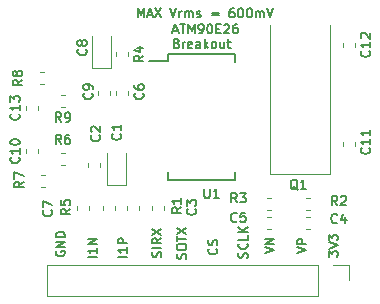
<source format=gto>
G04 #@! TF.GenerationSoftware,KiCad,Pcbnew,(5.99.0-6951-g72beaf1538)*
G04 #@! TF.CreationDate,2020-12-13T17:26:36+11:00*
G04 #@! TF.ProjectId,ATM90E26_Breakout,41544d39-3045-4323-965f-427265616b6f,rev?*
G04 #@! TF.SameCoordinates,Original*
G04 #@! TF.FileFunction,Legend,Top*
G04 #@! TF.FilePolarity,Positive*
%FSLAX46Y46*%
G04 Gerber Fmt 4.6, Leading zero omitted, Abs format (unit mm)*
G04 Created by KiCad (PCBNEW (5.99.0-6951-g72beaf1538)) date 2020-12-13 17:26:36*
%MOMM*%
%LPD*%
G01*
G04 APERTURE LIST*
%ADD10C,0.162560*%
%ADD11C,0.200000*%
%ADD12C,0.120000*%
%ADD13C,0.150000*%
G04 APERTURE END LIST*
D10*
X143367611Y-94293830D02*
X143367611Y-93521670D01*
X143624998Y-94073213D01*
X143882384Y-93521670D01*
X143882384Y-94293830D01*
X144213310Y-94073213D02*
X144581005Y-94073213D01*
X144139771Y-94293830D02*
X144397158Y-93521670D01*
X144654544Y-94293830D01*
X144838392Y-93521670D02*
X145353165Y-94293830D01*
X145353165Y-93521670D02*
X144838392Y-94293830D01*
X146125325Y-93521670D02*
X146382712Y-94293830D01*
X146640099Y-93521670D01*
X146897485Y-94293830D02*
X146897485Y-93779057D01*
X146897485Y-93926135D02*
X146934255Y-93852596D01*
X146971024Y-93815826D01*
X147044564Y-93779057D01*
X147118103Y-93779057D01*
X147375489Y-94293830D02*
X147375489Y-93779057D01*
X147375489Y-93852596D02*
X147412259Y-93815826D01*
X147485798Y-93779057D01*
X147596106Y-93779057D01*
X147669645Y-93815826D01*
X147706415Y-93889365D01*
X147706415Y-94293830D01*
X147706415Y-93889365D02*
X147743184Y-93815826D01*
X147816724Y-93779057D01*
X147927032Y-93779057D01*
X148000571Y-93815826D01*
X148037341Y-93889365D01*
X148037341Y-94293830D01*
X148368266Y-94257060D02*
X148441805Y-94293830D01*
X148588884Y-94293830D01*
X148662423Y-94257060D01*
X148699192Y-94183521D01*
X148699192Y-94146752D01*
X148662423Y-94073213D01*
X148588884Y-94036443D01*
X148478575Y-94036443D01*
X148405036Y-93999674D01*
X148368266Y-93926135D01*
X148368266Y-93889365D01*
X148405036Y-93815826D01*
X148478575Y-93779057D01*
X148588884Y-93779057D01*
X148662423Y-93815826D01*
X149618430Y-93889365D02*
X150206743Y-93889365D01*
X150206743Y-94109982D02*
X149618430Y-94109982D01*
X151493676Y-93521670D02*
X151346598Y-93521670D01*
X151273059Y-93558440D01*
X151236289Y-93595209D01*
X151162750Y-93705518D01*
X151125981Y-93852596D01*
X151125981Y-94146752D01*
X151162750Y-94220291D01*
X151199520Y-94257060D01*
X151273059Y-94293830D01*
X151420137Y-94293830D01*
X151493676Y-94257060D01*
X151530445Y-94220291D01*
X151567215Y-94146752D01*
X151567215Y-93962904D01*
X151530445Y-93889365D01*
X151493676Y-93852596D01*
X151420137Y-93815826D01*
X151273059Y-93815826D01*
X151199520Y-93852596D01*
X151162750Y-93889365D01*
X151125981Y-93962904D01*
X152045219Y-93521670D02*
X152118758Y-93521670D01*
X152192297Y-93558440D01*
X152229066Y-93595209D01*
X152265836Y-93668748D01*
X152302605Y-93815826D01*
X152302605Y-93999674D01*
X152265836Y-94146752D01*
X152229066Y-94220291D01*
X152192297Y-94257060D01*
X152118758Y-94293830D01*
X152045219Y-94293830D01*
X151971680Y-94257060D01*
X151934910Y-94220291D01*
X151898141Y-94146752D01*
X151861371Y-93999674D01*
X151861371Y-93815826D01*
X151898141Y-93668748D01*
X151934910Y-93595209D01*
X151971680Y-93558440D01*
X152045219Y-93521670D01*
X152780609Y-93521670D02*
X152854148Y-93521670D01*
X152927687Y-93558440D01*
X152964457Y-93595209D01*
X153001226Y-93668748D01*
X153037996Y-93815826D01*
X153037996Y-93999674D01*
X153001226Y-94146752D01*
X152964457Y-94220291D01*
X152927687Y-94257060D01*
X152854148Y-94293830D01*
X152780609Y-94293830D01*
X152707070Y-94257060D01*
X152670301Y-94220291D01*
X152633531Y-94146752D01*
X152596762Y-93999674D01*
X152596762Y-93815826D01*
X152633531Y-93668748D01*
X152670301Y-93595209D01*
X152707070Y-93558440D01*
X152780609Y-93521670D01*
X153368922Y-94293830D02*
X153368922Y-93779057D01*
X153368922Y-93852596D02*
X153405691Y-93815826D01*
X153479230Y-93779057D01*
X153589539Y-93779057D01*
X153663078Y-93815826D01*
X153699847Y-93889365D01*
X153699847Y-94293830D01*
X153699847Y-93889365D02*
X153736617Y-93815826D01*
X153810156Y-93779057D01*
X153920464Y-93779057D01*
X153994004Y-93815826D01*
X154030773Y-93889365D01*
X154030773Y-94293830D01*
X154288160Y-93521670D02*
X154545546Y-94293830D01*
X154802933Y-93521670D01*
X154130970Y-114242796D02*
X154903130Y-113985410D01*
X154130970Y-113728023D01*
X154903130Y-113470636D02*
X154130970Y-113470636D01*
X154903130Y-113029402D01*
X154130970Y-113029402D01*
X152631160Y-114651857D02*
X152667930Y-114541549D01*
X152667930Y-114357701D01*
X152631160Y-114284162D01*
X152594391Y-114247393D01*
X152520852Y-114210623D01*
X152447313Y-114210623D01*
X152373774Y-114247393D01*
X152337004Y-114284162D01*
X152300235Y-114357701D01*
X152263465Y-114504779D01*
X152226696Y-114578318D01*
X152189926Y-114615088D01*
X152116387Y-114651857D01*
X152042848Y-114651857D01*
X151969309Y-114615088D01*
X151932540Y-114578318D01*
X151895770Y-114504779D01*
X151895770Y-114320932D01*
X151932540Y-114210623D01*
X152594391Y-113438463D02*
X152631160Y-113475233D01*
X152667930Y-113585541D01*
X152667930Y-113659080D01*
X152631160Y-113769389D01*
X152557621Y-113842928D01*
X152484082Y-113879697D01*
X152337004Y-113916467D01*
X152226696Y-113916467D01*
X152079618Y-113879697D01*
X152006079Y-113842928D01*
X151932540Y-113769389D01*
X151895770Y-113659080D01*
X151895770Y-113585541D01*
X151932540Y-113475233D01*
X151969309Y-113438463D01*
X152667930Y-112739842D02*
X152667930Y-113107537D01*
X151895770Y-113107537D01*
X152667930Y-112482456D02*
X151895770Y-112482456D01*
X152667930Y-112041221D02*
X152226696Y-112372147D01*
X151895770Y-112041221D02*
X152337004Y-112482456D01*
X146378842Y-95420835D02*
X146746537Y-95420835D01*
X146305303Y-95641452D02*
X146562689Y-94869292D01*
X146820076Y-95641452D01*
X146967154Y-94869292D02*
X147408388Y-94869292D01*
X147187771Y-95641452D02*
X147187771Y-94869292D01*
X147665775Y-95641452D02*
X147665775Y-94869292D01*
X147923162Y-95420835D01*
X148180548Y-94869292D01*
X148180548Y-95641452D01*
X148585013Y-95641452D02*
X148732091Y-95641452D01*
X148805630Y-95604682D01*
X148842400Y-95567913D01*
X148915939Y-95457604D01*
X148952708Y-95310526D01*
X148952708Y-95016370D01*
X148915939Y-94942831D01*
X148879169Y-94906062D01*
X148805630Y-94869292D01*
X148658552Y-94869292D01*
X148585013Y-94906062D01*
X148548244Y-94942831D01*
X148511474Y-95016370D01*
X148511474Y-95200218D01*
X148548244Y-95273757D01*
X148585013Y-95310526D01*
X148658552Y-95347296D01*
X148805630Y-95347296D01*
X148879169Y-95310526D01*
X148915939Y-95273757D01*
X148952708Y-95200218D01*
X149430712Y-94869292D02*
X149504251Y-94869292D01*
X149577790Y-94906062D01*
X149614560Y-94942831D01*
X149651329Y-95016370D01*
X149688099Y-95163448D01*
X149688099Y-95347296D01*
X149651329Y-95494374D01*
X149614560Y-95567913D01*
X149577790Y-95604682D01*
X149504251Y-95641452D01*
X149430712Y-95641452D01*
X149357173Y-95604682D01*
X149320404Y-95567913D01*
X149283634Y-95494374D01*
X149246864Y-95347296D01*
X149246864Y-95163448D01*
X149283634Y-95016370D01*
X149320404Y-94942831D01*
X149357173Y-94906062D01*
X149430712Y-94869292D01*
X150019024Y-95236987D02*
X150276411Y-95236987D01*
X150386720Y-95641452D02*
X150019024Y-95641452D01*
X150019024Y-94869292D01*
X150386720Y-94869292D01*
X150680876Y-94942831D02*
X150717645Y-94906062D01*
X150791184Y-94869292D01*
X150975032Y-94869292D01*
X151048571Y-94906062D01*
X151085341Y-94942831D01*
X151122110Y-95016370D01*
X151122110Y-95089909D01*
X151085341Y-95200218D01*
X150644106Y-95641452D01*
X151122110Y-95641452D01*
X151783962Y-94869292D02*
X151636884Y-94869292D01*
X151563344Y-94906062D01*
X151526575Y-94942831D01*
X151453036Y-95053140D01*
X151416266Y-95200218D01*
X151416266Y-95494374D01*
X151453036Y-95567913D01*
X151489805Y-95604682D01*
X151563344Y-95641452D01*
X151710423Y-95641452D01*
X151783962Y-95604682D01*
X151820731Y-95567913D01*
X151857501Y-95494374D01*
X151857501Y-95310526D01*
X151820731Y-95236987D01*
X151783962Y-95200218D01*
X151710423Y-95163448D01*
X151563344Y-95163448D01*
X151489805Y-95200218D01*
X151453036Y-95236987D01*
X151416266Y-95310526D01*
X146672998Y-96480165D02*
X146783306Y-96516935D01*
X146820076Y-96553704D01*
X146856845Y-96627243D01*
X146856845Y-96737552D01*
X146820076Y-96811091D01*
X146783306Y-96847860D01*
X146709767Y-96884630D01*
X146415611Y-96884630D01*
X146415611Y-96112470D01*
X146672998Y-96112470D01*
X146746537Y-96149240D01*
X146783306Y-96186009D01*
X146820076Y-96259548D01*
X146820076Y-96333087D01*
X146783306Y-96406626D01*
X146746537Y-96443396D01*
X146672998Y-96480165D01*
X146415611Y-96480165D01*
X147187771Y-96884630D02*
X147187771Y-96369857D01*
X147187771Y-96516935D02*
X147224541Y-96443396D01*
X147261310Y-96406626D01*
X147334849Y-96369857D01*
X147408388Y-96369857D01*
X147959931Y-96847860D02*
X147886392Y-96884630D01*
X147739314Y-96884630D01*
X147665775Y-96847860D01*
X147629005Y-96774321D01*
X147629005Y-96480165D01*
X147665775Y-96406626D01*
X147739314Y-96369857D01*
X147886392Y-96369857D01*
X147959931Y-96406626D01*
X147996701Y-96480165D01*
X147996701Y-96553704D01*
X147629005Y-96627243D01*
X148658552Y-96884630D02*
X148658552Y-96480165D01*
X148621783Y-96406626D01*
X148548244Y-96369857D01*
X148401165Y-96369857D01*
X148327626Y-96406626D01*
X148658552Y-96847860D02*
X148585013Y-96884630D01*
X148401165Y-96884630D01*
X148327626Y-96847860D01*
X148290857Y-96774321D01*
X148290857Y-96700782D01*
X148327626Y-96627243D01*
X148401165Y-96590474D01*
X148585013Y-96590474D01*
X148658552Y-96553704D01*
X149026247Y-96884630D02*
X149026247Y-96112470D01*
X149099786Y-96590474D02*
X149320404Y-96884630D01*
X149320404Y-96369857D02*
X149026247Y-96664013D01*
X149761638Y-96884630D02*
X149688099Y-96847860D01*
X149651329Y-96811091D01*
X149614560Y-96737552D01*
X149614560Y-96516935D01*
X149651329Y-96443396D01*
X149688099Y-96406626D01*
X149761638Y-96369857D01*
X149871946Y-96369857D01*
X149945485Y-96406626D01*
X149982255Y-96443396D01*
X150019024Y-96516935D01*
X150019024Y-96737552D01*
X149982255Y-96811091D01*
X149945485Y-96847860D01*
X149871946Y-96884630D01*
X149761638Y-96884630D01*
X150680876Y-96369857D02*
X150680876Y-96884630D01*
X150349950Y-96369857D02*
X150349950Y-96774321D01*
X150386720Y-96847860D01*
X150460259Y-96884630D01*
X150570567Y-96884630D01*
X150644106Y-96847860D01*
X150680876Y-96811091D01*
X150938263Y-96369857D02*
X151232419Y-96369857D01*
X151048571Y-96112470D02*
X151048571Y-96774321D01*
X151085341Y-96847860D01*
X151158880Y-96884630D01*
X151232419Y-96884630D01*
X150028991Y-113869054D02*
X150065760Y-113905823D01*
X150102530Y-114016132D01*
X150102530Y-114089671D01*
X150065760Y-114199979D01*
X149992221Y-114273518D01*
X149918682Y-114310288D01*
X149771604Y-114347057D01*
X149661296Y-114347057D01*
X149514218Y-114310288D01*
X149440679Y-114273518D01*
X149367140Y-114199979D01*
X149330370Y-114089671D01*
X149330370Y-114016132D01*
X149367140Y-113905823D01*
X149403909Y-113869054D01*
X150065760Y-113574897D02*
X150102530Y-113464589D01*
X150102530Y-113280741D01*
X150065760Y-113207202D01*
X150028991Y-113170433D01*
X149955452Y-113133663D01*
X149881913Y-113133663D01*
X149808374Y-113170433D01*
X149771604Y-113207202D01*
X149734835Y-113280741D01*
X149698065Y-113427819D01*
X149661296Y-113501358D01*
X149624526Y-113538128D01*
X149550987Y-113574897D01*
X149477448Y-113574897D01*
X149403909Y-113538128D01*
X149367140Y-113501358D01*
X149330370Y-113427819D01*
X149330370Y-113243972D01*
X149367140Y-113133663D01*
X147424160Y-114728057D02*
X147460930Y-114617749D01*
X147460930Y-114433901D01*
X147424160Y-114360362D01*
X147387391Y-114323593D01*
X147313852Y-114286823D01*
X147240313Y-114286823D01*
X147166774Y-114323593D01*
X147130004Y-114360362D01*
X147093235Y-114433901D01*
X147056465Y-114580979D01*
X147019696Y-114654518D01*
X146982926Y-114691288D01*
X146909387Y-114728057D01*
X146835848Y-114728057D01*
X146762309Y-114691288D01*
X146725540Y-114654518D01*
X146688770Y-114580979D01*
X146688770Y-114397132D01*
X146725540Y-114286823D01*
X146688770Y-113808819D02*
X146688770Y-113661741D01*
X146725540Y-113588202D01*
X146799079Y-113514663D01*
X146946157Y-113477894D01*
X147203543Y-113477894D01*
X147350621Y-113514663D01*
X147424160Y-113588202D01*
X147460930Y-113661741D01*
X147460930Y-113808819D01*
X147424160Y-113882358D01*
X147350621Y-113955897D01*
X147203543Y-113992667D01*
X146946157Y-113992667D01*
X146799079Y-113955897D01*
X146725540Y-113882358D01*
X146688770Y-113808819D01*
X146688770Y-113257276D02*
X146688770Y-112816042D01*
X147460930Y-113036659D02*
X146688770Y-113036659D01*
X146688770Y-112632195D02*
X147460930Y-112117421D01*
X146688770Y-112117421D02*
X147460930Y-112632195D01*
X136463940Y-114083623D02*
X136427170Y-114157162D01*
X136427170Y-114267471D01*
X136463940Y-114377779D01*
X136537479Y-114451318D01*
X136611018Y-114488088D01*
X136758096Y-114524857D01*
X136868404Y-114524857D01*
X137015482Y-114488088D01*
X137089021Y-114451318D01*
X137162560Y-114377779D01*
X137199330Y-114267471D01*
X137199330Y-114193932D01*
X137162560Y-114083623D01*
X137125791Y-114046854D01*
X136868404Y-114046854D01*
X136868404Y-114193932D01*
X137199330Y-113715928D02*
X136427170Y-113715928D01*
X137199330Y-113274694D01*
X136427170Y-113274694D01*
X137199330Y-112906998D02*
X136427170Y-112906998D01*
X136427170Y-112723151D01*
X136463940Y-112612842D01*
X136537479Y-112539303D01*
X136611018Y-112502534D01*
X136758096Y-112465764D01*
X136868404Y-112465764D01*
X137015482Y-112502534D01*
X137089021Y-112539303D01*
X137162560Y-112612842D01*
X137199330Y-112723151D01*
X137199330Y-112906998D01*
X142482530Y-114538888D02*
X141710370Y-114538888D01*
X142482530Y-113766728D02*
X142482530Y-114207962D01*
X142482530Y-113987345D02*
X141710370Y-113987345D01*
X141820679Y-114060884D01*
X141894218Y-114134423D01*
X141930987Y-114207962D01*
X142482530Y-113435802D02*
X141710370Y-113435802D01*
X141710370Y-113141646D01*
X141747140Y-113068107D01*
X141783909Y-113031337D01*
X141857448Y-112994568D01*
X141967757Y-112994568D01*
X142041296Y-113031337D01*
X142078065Y-113068107D01*
X142114835Y-113141646D01*
X142114835Y-113435802D01*
X159541170Y-114561627D02*
X159541170Y-114083623D01*
X159835326Y-114341010D01*
X159835326Y-114230701D01*
X159872096Y-114157162D01*
X159908865Y-114120393D01*
X159982404Y-114083623D01*
X160166252Y-114083623D01*
X160239791Y-114120393D01*
X160276560Y-114157162D01*
X160313330Y-114230701D01*
X160313330Y-114451318D01*
X160276560Y-114524857D01*
X160239791Y-114561627D01*
X159541170Y-113863006D02*
X160313330Y-113605619D01*
X159541170Y-113348233D01*
X159541170Y-113164385D02*
X159541170Y-112686381D01*
X159835326Y-112943768D01*
X159835326Y-112833459D01*
X159872096Y-112759920D01*
X159908865Y-112723151D01*
X159982404Y-112686381D01*
X160166252Y-112686381D01*
X160239791Y-112723151D01*
X160276560Y-112759920D01*
X160313330Y-112833459D01*
X160313330Y-113054076D01*
X160276560Y-113127616D01*
X160239791Y-113164385D01*
X145341360Y-114575657D02*
X145378130Y-114465349D01*
X145378130Y-114281501D01*
X145341360Y-114207962D01*
X145304591Y-114171193D01*
X145231052Y-114134423D01*
X145157513Y-114134423D01*
X145083974Y-114171193D01*
X145047204Y-114207962D01*
X145010435Y-114281501D01*
X144973665Y-114428579D01*
X144936896Y-114502118D01*
X144900126Y-114538888D01*
X144826587Y-114575657D01*
X144753048Y-114575657D01*
X144679509Y-114538888D01*
X144642740Y-114502118D01*
X144605970Y-114428579D01*
X144605970Y-114244732D01*
X144642740Y-114134423D01*
X145378130Y-113803497D02*
X144605970Y-113803497D01*
X145378130Y-112994568D02*
X145010435Y-113251955D01*
X145378130Y-113435802D02*
X144605970Y-113435802D01*
X144605970Y-113141646D01*
X144642740Y-113068107D01*
X144679509Y-113031337D01*
X144753048Y-112994568D01*
X144863357Y-112994568D01*
X144936896Y-113031337D01*
X144973665Y-113068107D01*
X145010435Y-113141646D01*
X145010435Y-113435802D01*
X144605970Y-112737181D02*
X145378130Y-112222408D01*
X144605970Y-112222408D02*
X145378130Y-112737181D01*
X156874170Y-114242796D02*
X157646330Y-113985410D01*
X156874170Y-113728023D01*
X157646330Y-113470636D02*
X156874170Y-113470636D01*
X156874170Y-113176480D01*
X156910940Y-113102941D01*
X156947709Y-113066172D01*
X157021248Y-113029402D01*
X157131557Y-113029402D01*
X157205096Y-113066172D01*
X157241865Y-113102941D01*
X157278635Y-113176480D01*
X157278635Y-113470636D01*
X139891730Y-114589688D02*
X139119570Y-114589688D01*
X139891730Y-113817528D02*
X139891730Y-114258762D01*
X139891730Y-114038145D02*
X139119570Y-114038145D01*
X139229879Y-114111684D01*
X139303418Y-114185223D01*
X139340187Y-114258762D01*
X139891730Y-113486602D02*
X139119570Y-113486602D01*
X139891730Y-113045368D01*
X139119570Y-113045368D01*
D11*
X162972614Y-105350506D02*
X163010709Y-105388601D01*
X163048804Y-105502887D01*
X163048804Y-105579078D01*
X163010709Y-105693363D01*
X162934519Y-105769554D01*
X162858328Y-105807649D01*
X162705947Y-105845744D01*
X162591661Y-105845744D01*
X162439280Y-105807649D01*
X162363090Y-105769554D01*
X162286900Y-105693363D01*
X162248804Y-105579078D01*
X162248804Y-105502887D01*
X162286900Y-105388601D01*
X162324995Y-105350506D01*
X163048804Y-104588601D02*
X163048804Y-105045744D01*
X163048804Y-104817173D02*
X162248804Y-104817173D01*
X162363090Y-104893363D01*
X162439280Y-104969554D01*
X162477376Y-105045744D01*
X163048804Y-103826697D02*
X163048804Y-104283840D01*
X163048804Y-104055268D02*
X162248804Y-104055268D01*
X162363090Y-104131459D01*
X162439280Y-104207649D01*
X162477376Y-104283840D01*
X162954714Y-97130885D02*
X162992809Y-97168980D01*
X163030904Y-97283266D01*
X163030904Y-97359457D01*
X162992809Y-97473742D01*
X162916619Y-97549933D01*
X162840428Y-97588028D01*
X162688047Y-97626123D01*
X162573761Y-97626123D01*
X162421380Y-97588028D01*
X162345190Y-97549933D01*
X162269000Y-97473742D01*
X162230904Y-97359457D01*
X162230904Y-97283266D01*
X162269000Y-97168980D01*
X162307095Y-97130885D01*
X163030904Y-96368980D02*
X163030904Y-96826123D01*
X163030904Y-96597552D02*
X162230904Y-96597552D01*
X162345190Y-96673742D01*
X162421380Y-96749933D01*
X162459476Y-96826123D01*
X162307095Y-96064219D02*
X162269000Y-96026123D01*
X162230904Y-95949933D01*
X162230904Y-95759457D01*
X162269000Y-95683266D01*
X162307095Y-95645171D01*
X162383285Y-95607076D01*
X162459476Y-95607076D01*
X162573761Y-95645171D01*
X163030904Y-96102314D01*
X163030904Y-95607076D01*
X156895509Y-108896095D02*
X156819319Y-108858000D01*
X156743128Y-108781809D01*
X156628842Y-108667523D01*
X156552652Y-108629428D01*
X156476461Y-108629428D01*
X156514557Y-108819904D02*
X156438366Y-108781809D01*
X156362176Y-108705619D01*
X156324080Y-108553238D01*
X156324080Y-108286571D01*
X156362176Y-108134190D01*
X156438366Y-108058000D01*
X156514557Y-108019904D01*
X156666938Y-108019904D01*
X156743128Y-108058000D01*
X156819319Y-108134190D01*
X156857414Y-108286571D01*
X156857414Y-108553238D01*
X156819319Y-108705619D01*
X156743128Y-108781809D01*
X156666938Y-108819904D01*
X156514557Y-108819904D01*
X157619319Y-108819904D02*
X157162176Y-108819904D01*
X157390747Y-108819904D02*
X157390747Y-108019904D01*
X157314557Y-108134190D01*
X157238366Y-108210380D01*
X157162176Y-108248476D01*
X148996776Y-108781904D02*
X148996776Y-109429523D01*
X149034871Y-109505714D01*
X149072966Y-109543809D01*
X149149157Y-109581904D01*
X149301538Y-109581904D01*
X149377728Y-109543809D01*
X149415823Y-109505714D01*
X149453919Y-109429523D01*
X149453919Y-108781904D01*
X150253919Y-109581904D02*
X149796776Y-109581904D01*
X150025347Y-109581904D02*
X150025347Y-108781904D01*
X149949157Y-108896190D01*
X149872966Y-108972380D01*
X149796776Y-109010476D01*
X138989714Y-97003933D02*
X139027809Y-97042028D01*
X139065904Y-97156314D01*
X139065904Y-97232504D01*
X139027809Y-97346790D01*
X138951619Y-97422980D01*
X138875428Y-97461076D01*
X138723047Y-97499171D01*
X138608761Y-97499171D01*
X138456380Y-97461076D01*
X138380190Y-97422980D01*
X138304000Y-97346790D01*
X138265904Y-97232504D01*
X138265904Y-97156314D01*
X138304000Y-97042028D01*
X138342095Y-97003933D01*
X138608761Y-96546790D02*
X138570666Y-96622980D01*
X138532571Y-96661076D01*
X138456380Y-96699171D01*
X138418285Y-96699171D01*
X138342095Y-96661076D01*
X138304000Y-96622980D01*
X138265904Y-96546790D01*
X138265904Y-96394409D01*
X138304000Y-96318219D01*
X138342095Y-96280123D01*
X138418285Y-96242028D01*
X138456380Y-96242028D01*
X138532571Y-96280123D01*
X138570666Y-96318219D01*
X138608761Y-96394409D01*
X138608761Y-96546790D01*
X138646857Y-96622980D01*
X138684952Y-96661076D01*
X138761142Y-96699171D01*
X138913523Y-96699171D01*
X138989714Y-96661076D01*
X139027809Y-96622980D01*
X139065904Y-96546790D01*
X139065904Y-96394409D01*
X139027809Y-96318219D01*
X138989714Y-96280123D01*
X138913523Y-96242028D01*
X138761142Y-96242028D01*
X138684952Y-96280123D01*
X138646857Y-96318219D01*
X138608761Y-96394409D01*
X141890614Y-104146733D02*
X141928709Y-104184828D01*
X141966804Y-104299114D01*
X141966804Y-104375304D01*
X141928709Y-104489590D01*
X141852519Y-104565780D01*
X141776328Y-104603876D01*
X141623947Y-104641971D01*
X141509661Y-104641971D01*
X141357280Y-104603876D01*
X141281090Y-104565780D01*
X141204900Y-104489590D01*
X141166804Y-104375304D01*
X141166804Y-104299114D01*
X141204900Y-104184828D01*
X141242995Y-104146733D01*
X141966804Y-103384828D02*
X141966804Y-103841971D01*
X141966804Y-103613400D02*
X141166804Y-103613400D01*
X141281090Y-103689590D01*
X141357280Y-103765780D01*
X141395376Y-103841971D01*
X140112814Y-104273733D02*
X140150909Y-104311828D01*
X140189004Y-104426114D01*
X140189004Y-104502304D01*
X140150909Y-104616590D01*
X140074719Y-104692780D01*
X139998528Y-104730876D01*
X139846147Y-104768971D01*
X139731861Y-104768971D01*
X139579480Y-104730876D01*
X139503290Y-104692780D01*
X139427100Y-104616590D01*
X139389004Y-104502304D01*
X139389004Y-104426114D01*
X139427100Y-104311828D01*
X139465195Y-104273733D01*
X139465195Y-103968971D02*
X139427100Y-103930876D01*
X139389004Y-103854685D01*
X139389004Y-103664209D01*
X139427100Y-103588019D01*
X139465195Y-103549923D01*
X139541385Y-103511828D01*
X139617576Y-103511828D01*
X139731861Y-103549923D01*
X140189004Y-104007066D01*
X140189004Y-103511828D01*
X139477714Y-100717333D02*
X139515809Y-100755428D01*
X139553904Y-100869714D01*
X139553904Y-100945904D01*
X139515809Y-101060190D01*
X139439619Y-101136380D01*
X139363428Y-101174476D01*
X139211047Y-101212571D01*
X139096761Y-101212571D01*
X138944380Y-101174476D01*
X138868190Y-101136380D01*
X138792000Y-101060190D01*
X138753904Y-100945904D01*
X138753904Y-100869714D01*
X138792000Y-100755428D01*
X138830095Y-100717333D01*
X139553904Y-100336380D02*
X139553904Y-100184000D01*
X139515809Y-100107809D01*
X139477714Y-100069714D01*
X139363428Y-99993523D01*
X139211047Y-99955428D01*
X138906285Y-99955428D01*
X138830095Y-99993523D01*
X138792000Y-100031619D01*
X138753904Y-100107809D01*
X138753904Y-100260190D01*
X138792000Y-100336380D01*
X138830095Y-100374476D01*
X138906285Y-100412571D01*
X139096761Y-100412571D01*
X139172952Y-100374476D01*
X139211047Y-100336380D01*
X139249142Y-100260190D01*
X139249142Y-100107809D01*
X139211047Y-100031619D01*
X139172952Y-99993523D01*
X139096761Y-99955428D01*
X143853904Y-97537333D02*
X143472952Y-97804000D01*
X143853904Y-97994476D02*
X143053904Y-97994476D01*
X143053904Y-97689714D01*
X143092000Y-97613523D01*
X143130095Y-97575428D01*
X143206285Y-97537333D01*
X143320571Y-97537333D01*
X143396761Y-97575428D01*
X143434857Y-97613523D01*
X143472952Y-97689714D01*
X143472952Y-97994476D01*
X143320571Y-96851619D02*
X143853904Y-96851619D01*
X143015809Y-97042095D02*
X143587238Y-97232571D01*
X143587238Y-96737333D01*
X143795714Y-100717333D02*
X143833809Y-100755428D01*
X143871904Y-100869714D01*
X143871904Y-100945904D01*
X143833809Y-101060190D01*
X143757619Y-101136380D01*
X143681428Y-101174476D01*
X143529047Y-101212571D01*
X143414761Y-101212571D01*
X143262380Y-101174476D01*
X143186190Y-101136380D01*
X143110000Y-101060190D01*
X143071904Y-100945904D01*
X143071904Y-100869714D01*
X143110000Y-100755428D01*
X143148095Y-100717333D01*
X143071904Y-100031619D02*
X143071904Y-100184000D01*
X143110000Y-100260190D01*
X143148095Y-100298285D01*
X143262380Y-100374476D01*
X143414761Y-100412571D01*
X143719523Y-100412571D01*
X143795714Y-100374476D01*
X143833809Y-100336380D01*
X143871904Y-100260190D01*
X143871904Y-100107809D01*
X143833809Y-100031619D01*
X143795714Y-99993523D01*
X143719523Y-99955428D01*
X143529047Y-99955428D01*
X143452857Y-99993523D01*
X143414761Y-100031619D01*
X143376666Y-100107809D01*
X143376666Y-100260190D01*
X143414761Y-100336380D01*
X143452857Y-100374476D01*
X143529047Y-100412571D01*
X160267566Y-110217304D02*
X160000900Y-109836352D01*
X159810423Y-110217304D02*
X159810423Y-109417304D01*
X160115185Y-109417304D01*
X160191376Y-109455400D01*
X160229471Y-109493495D01*
X160267566Y-109569685D01*
X160267566Y-109683971D01*
X160229471Y-109760161D01*
X160191376Y-109798257D01*
X160115185Y-109836352D01*
X159810423Y-109836352D01*
X160572328Y-109493495D02*
X160610423Y-109455400D01*
X160686614Y-109417304D01*
X160877090Y-109417304D01*
X160953280Y-109455400D01*
X160991376Y-109493495D01*
X161029471Y-109569685D01*
X161029471Y-109645876D01*
X160991376Y-109760161D01*
X160534233Y-110217304D01*
X161029471Y-110217304D01*
X151758566Y-109963304D02*
X151491900Y-109582352D01*
X151301423Y-109963304D02*
X151301423Y-109163304D01*
X151606185Y-109163304D01*
X151682376Y-109201400D01*
X151720471Y-109239495D01*
X151758566Y-109315685D01*
X151758566Y-109429971D01*
X151720471Y-109506161D01*
X151682376Y-109544257D01*
X151606185Y-109582352D01*
X151301423Y-109582352D01*
X152025233Y-109163304D02*
X152520471Y-109163304D01*
X152253804Y-109468066D01*
X152368090Y-109468066D01*
X152444280Y-109506161D01*
X152482376Y-109544257D01*
X152520471Y-109620447D01*
X152520471Y-109810923D01*
X152482376Y-109887114D01*
X152444280Y-109925209D01*
X152368090Y-109963304D01*
X152139519Y-109963304D01*
X152063328Y-109925209D01*
X152025233Y-109887114D01*
X160267566Y-111665114D02*
X160229471Y-111703209D01*
X160115185Y-111741304D01*
X160038995Y-111741304D01*
X159924709Y-111703209D01*
X159848519Y-111627019D01*
X159810423Y-111550828D01*
X159772328Y-111398447D01*
X159772328Y-111284161D01*
X159810423Y-111131780D01*
X159848519Y-111055590D01*
X159924709Y-110979400D01*
X160038995Y-110941304D01*
X160115185Y-110941304D01*
X160229471Y-110979400D01*
X160267566Y-111017495D01*
X160953280Y-111207971D02*
X160953280Y-111741304D01*
X160762804Y-110903209D02*
X160572328Y-111474638D01*
X161067566Y-111474638D01*
X151758566Y-111538114D02*
X151720471Y-111576209D01*
X151606185Y-111614304D01*
X151529995Y-111614304D01*
X151415709Y-111576209D01*
X151339519Y-111500019D01*
X151301423Y-111423828D01*
X151263328Y-111271447D01*
X151263328Y-111157161D01*
X151301423Y-111004780D01*
X151339519Y-110928590D01*
X151415709Y-110852400D01*
X151529995Y-110814304D01*
X151606185Y-110814304D01*
X151720471Y-110852400D01*
X151758566Y-110890495D01*
X152482376Y-110814304D02*
X152101423Y-110814304D01*
X152063328Y-111195257D01*
X152101423Y-111157161D01*
X152177614Y-111119066D01*
X152368090Y-111119066D01*
X152444280Y-111157161D01*
X152482376Y-111195257D01*
X152520471Y-111271447D01*
X152520471Y-111461923D01*
X152482376Y-111538114D01*
X152444280Y-111576209D01*
X152368090Y-111614304D01*
X152177614Y-111614304D01*
X152101423Y-111576209D01*
X152063328Y-111538114D01*
X133297714Y-102465285D02*
X133335809Y-102503380D01*
X133373904Y-102617666D01*
X133373904Y-102693857D01*
X133335809Y-102808142D01*
X133259619Y-102884333D01*
X133183428Y-102922428D01*
X133031047Y-102960523D01*
X132916761Y-102960523D01*
X132764380Y-102922428D01*
X132688190Y-102884333D01*
X132612000Y-102808142D01*
X132573904Y-102693857D01*
X132573904Y-102617666D01*
X132612000Y-102503380D01*
X132650095Y-102465285D01*
X133373904Y-101703380D02*
X133373904Y-102160523D01*
X133373904Y-101931952D02*
X132573904Y-101931952D01*
X132688190Y-102008142D01*
X132764380Y-102084333D01*
X132802476Y-102160523D01*
X132573904Y-101436714D02*
X132573904Y-100941476D01*
X132878666Y-101208142D01*
X132878666Y-101093857D01*
X132916761Y-101017666D01*
X132954857Y-100979571D01*
X133031047Y-100941476D01*
X133221523Y-100941476D01*
X133297714Y-100979571D01*
X133335809Y-101017666D01*
X133373904Y-101093857D01*
X133373904Y-101322428D01*
X133335809Y-101398619D01*
X133297714Y-101436714D01*
X136899666Y-103137904D02*
X136633000Y-102756952D01*
X136442523Y-103137904D02*
X136442523Y-102337904D01*
X136747285Y-102337904D01*
X136823476Y-102376000D01*
X136861571Y-102414095D01*
X136899666Y-102490285D01*
X136899666Y-102604571D01*
X136861571Y-102680761D01*
X136823476Y-102718857D01*
X136747285Y-102756952D01*
X136442523Y-102756952D01*
X137280619Y-103137904D02*
X137433000Y-103137904D01*
X137509190Y-103099809D01*
X137547285Y-103061714D01*
X137623476Y-102947428D01*
X137661571Y-102795047D01*
X137661571Y-102490285D01*
X137623476Y-102414095D01*
X137585380Y-102376000D01*
X137509190Y-102337904D01*
X137356809Y-102337904D01*
X137280619Y-102376000D01*
X137242523Y-102414095D01*
X137204428Y-102490285D01*
X137204428Y-102680761D01*
X137242523Y-102756952D01*
X137280619Y-102795047D01*
X137356809Y-102833142D01*
X137509190Y-102833142D01*
X137585380Y-102795047D01*
X137623476Y-102756952D01*
X137661571Y-102680761D01*
X136874666Y-105009904D02*
X136608000Y-104628952D01*
X136417523Y-105009904D02*
X136417523Y-104209904D01*
X136722285Y-104209904D01*
X136798476Y-104248000D01*
X136836571Y-104286095D01*
X136874666Y-104362285D01*
X136874666Y-104476571D01*
X136836571Y-104552761D01*
X136798476Y-104590857D01*
X136722285Y-104628952D01*
X136417523Y-104628952D01*
X137560380Y-104209904D02*
X137408000Y-104209904D01*
X137331809Y-104248000D01*
X137293714Y-104286095D01*
X137217523Y-104400380D01*
X137179428Y-104552761D01*
X137179428Y-104857523D01*
X137217523Y-104933714D01*
X137255619Y-104971809D01*
X137331809Y-105009904D01*
X137484190Y-105009904D01*
X137560380Y-104971809D01*
X137598476Y-104933714D01*
X137636571Y-104857523D01*
X137636571Y-104667047D01*
X137598476Y-104590857D01*
X137560380Y-104552761D01*
X137484190Y-104514666D01*
X137331809Y-104514666D01*
X137255619Y-104552761D01*
X137217523Y-104590857D01*
X137179428Y-104667047D01*
X133297714Y-106148285D02*
X133335809Y-106186380D01*
X133373904Y-106300666D01*
X133373904Y-106376857D01*
X133335809Y-106491142D01*
X133259619Y-106567333D01*
X133183428Y-106605428D01*
X133031047Y-106643523D01*
X132916761Y-106643523D01*
X132764380Y-106605428D01*
X132688190Y-106567333D01*
X132612000Y-106491142D01*
X132573904Y-106376857D01*
X132573904Y-106300666D01*
X132612000Y-106186380D01*
X132650095Y-106148285D01*
X133373904Y-105386380D02*
X133373904Y-105843523D01*
X133373904Y-105614952D02*
X132573904Y-105614952D01*
X132688190Y-105691142D01*
X132764380Y-105767333D01*
X132802476Y-105843523D01*
X132573904Y-104891142D02*
X132573904Y-104814952D01*
X132612000Y-104738761D01*
X132650095Y-104700666D01*
X132726285Y-104662571D01*
X132878666Y-104624476D01*
X133069142Y-104624476D01*
X133221523Y-104662571D01*
X133297714Y-104700666D01*
X133335809Y-104738761D01*
X133373904Y-104814952D01*
X133373904Y-104891142D01*
X133335809Y-104967333D01*
X133297714Y-105005428D01*
X133221523Y-105043523D01*
X133069142Y-105081619D01*
X132878666Y-105081619D01*
X132726285Y-105043523D01*
X132650095Y-105005428D01*
X132612000Y-104967333D01*
X132573904Y-104891142D01*
X133584904Y-99574333D02*
X133203952Y-99841000D01*
X133584904Y-100031476D02*
X132784904Y-100031476D01*
X132784904Y-99726714D01*
X132823000Y-99650523D01*
X132861095Y-99612428D01*
X132937285Y-99574333D01*
X133051571Y-99574333D01*
X133127761Y-99612428D01*
X133165857Y-99650523D01*
X133203952Y-99726714D01*
X133203952Y-100031476D01*
X133127761Y-99117190D02*
X133089666Y-99193380D01*
X133051571Y-99231476D01*
X132975380Y-99269571D01*
X132937285Y-99269571D01*
X132861095Y-99231476D01*
X132823000Y-99193380D01*
X132784904Y-99117190D01*
X132784904Y-98964809D01*
X132823000Y-98888619D01*
X132861095Y-98850523D01*
X132937285Y-98812428D01*
X132975380Y-98812428D01*
X133051571Y-98850523D01*
X133089666Y-98888619D01*
X133127761Y-98964809D01*
X133127761Y-99117190D01*
X133165857Y-99193380D01*
X133203952Y-99231476D01*
X133280142Y-99269571D01*
X133432523Y-99269571D01*
X133508714Y-99231476D01*
X133546809Y-99193380D01*
X133584904Y-99117190D01*
X133584904Y-98964809D01*
X133546809Y-98888619D01*
X133508714Y-98850523D01*
X133432523Y-98812428D01*
X133280142Y-98812428D01*
X133203952Y-98850523D01*
X133165857Y-98888619D01*
X133127761Y-98964809D01*
X133711904Y-108210333D02*
X133330952Y-108477000D01*
X133711904Y-108667476D02*
X132911904Y-108667476D01*
X132911904Y-108362714D01*
X132950000Y-108286523D01*
X132988095Y-108248428D01*
X133064285Y-108210333D01*
X133178571Y-108210333D01*
X133254761Y-108248428D01*
X133292857Y-108286523D01*
X133330952Y-108362714D01*
X133330952Y-108667476D01*
X132911904Y-107943666D02*
X132911904Y-107410333D01*
X133711904Y-107753190D01*
X137648804Y-110496733D02*
X137267852Y-110763400D01*
X137648804Y-110953876D02*
X136848804Y-110953876D01*
X136848804Y-110649114D01*
X136886900Y-110572923D01*
X136924995Y-110534828D01*
X137001185Y-110496733D01*
X137115471Y-110496733D01*
X137191661Y-110534828D01*
X137229757Y-110572923D01*
X137267852Y-110649114D01*
X137267852Y-110953876D01*
X136848804Y-109772923D02*
X136848804Y-110153876D01*
X137229757Y-110191971D01*
X137191661Y-110153876D01*
X137153566Y-110077685D01*
X137153566Y-109887209D01*
X137191661Y-109811019D01*
X137229757Y-109772923D01*
X137305947Y-109734828D01*
X137496423Y-109734828D01*
X137572614Y-109772923D01*
X137610709Y-109811019D01*
X137648804Y-109887209D01*
X137648804Y-110077685D01*
X137610709Y-110153876D01*
X137572614Y-110191971D01*
X147046804Y-110369733D02*
X146665852Y-110636400D01*
X147046804Y-110826876D02*
X146246804Y-110826876D01*
X146246804Y-110522114D01*
X146284900Y-110445923D01*
X146322995Y-110407828D01*
X146399185Y-110369733D01*
X146513471Y-110369733D01*
X146589661Y-110407828D01*
X146627757Y-110445923D01*
X146665852Y-110522114D01*
X146665852Y-110826876D01*
X147046804Y-109607828D02*
X147046804Y-110064971D01*
X147046804Y-109836400D02*
X146246804Y-109836400D01*
X146361090Y-109912590D01*
X146437280Y-109988780D01*
X146475376Y-110064971D01*
X136048614Y-110623733D02*
X136086709Y-110661828D01*
X136124804Y-110776114D01*
X136124804Y-110852304D01*
X136086709Y-110966590D01*
X136010519Y-111042780D01*
X135934328Y-111080876D01*
X135781947Y-111118971D01*
X135667661Y-111118971D01*
X135515280Y-111080876D01*
X135439090Y-111042780D01*
X135362900Y-110966590D01*
X135324804Y-110852304D01*
X135324804Y-110776114D01*
X135362900Y-110661828D01*
X135400995Y-110623733D01*
X135324804Y-110357066D02*
X135324804Y-109823733D01*
X136124804Y-110166590D01*
X148240614Y-110496733D02*
X148278709Y-110534828D01*
X148316804Y-110649114D01*
X148316804Y-110725304D01*
X148278709Y-110839590D01*
X148202519Y-110915780D01*
X148126328Y-110953876D01*
X147973947Y-110991971D01*
X147859661Y-110991971D01*
X147707280Y-110953876D01*
X147631090Y-110915780D01*
X147554900Y-110839590D01*
X147516804Y-110725304D01*
X147516804Y-110649114D01*
X147554900Y-110534828D01*
X147592995Y-110496733D01*
X147516804Y-110230066D02*
X147516804Y-109734828D01*
X147821566Y-110001495D01*
X147821566Y-109887209D01*
X147859661Y-109811019D01*
X147897757Y-109772923D01*
X147973947Y-109734828D01*
X148164423Y-109734828D01*
X148240614Y-109772923D01*
X148278709Y-109811019D01*
X148316804Y-109887209D01*
X148316804Y-110115780D01*
X148278709Y-110191971D01*
X148240614Y-110230066D01*
D12*
X161749000Y-105161779D02*
X161749000Y-104836221D01*
X160729000Y-105161779D02*
X160729000Y-104836221D01*
X161749000Y-96453821D02*
X161749000Y-96779379D01*
X160729000Y-96453821D02*
X160729000Y-96779379D01*
X154574000Y-107533000D02*
X159674000Y-107533000D01*
X154574000Y-94933000D02*
X154574000Y-107533000D01*
X159674000Y-107533000D02*
X159674000Y-94933000D01*
X159893000Y-115226000D02*
X161223000Y-115226000D01*
X135703000Y-115226000D02*
X135703000Y-117886000D01*
X158623000Y-115226000D02*
X158623000Y-117886000D01*
X161223000Y-115226000D02*
X161223000Y-116556000D01*
X158623000Y-117886000D02*
X135703000Y-117886000D01*
X158623000Y-115226000D02*
X135703000Y-115226000D01*
D13*
X151643000Y-108063000D02*
X151643000Y-107413000D01*
X145893000Y-108063000D02*
X145893000Y-107413000D01*
X145893000Y-97988000D02*
X144293000Y-97988000D01*
X151643000Y-97413000D02*
X151643000Y-98063000D01*
X145893000Y-97413000D02*
X151643000Y-97413000D01*
X145893000Y-97413000D02*
X145893000Y-97988000D01*
X145893000Y-108063000D02*
X151643000Y-108063000D01*
D12*
X141069000Y-98580600D02*
X141069000Y-95870600D01*
X139499000Y-95870600D02*
X139499000Y-98580600D01*
X139499000Y-98580600D02*
X141069000Y-98580600D01*
X140769000Y-108487000D02*
X142339000Y-108487000D01*
X142339000Y-108487000D02*
X142339000Y-105777000D01*
X140769000Y-105777000D02*
X140769000Y-108487000D01*
X140210000Y-106614221D02*
X140210000Y-106939779D01*
X139190000Y-106614221D02*
X139190000Y-106939779D01*
X140028000Y-100518221D02*
X140028000Y-100843779D01*
X141048000Y-100518221D02*
X141048000Y-100843779D01*
X141552000Y-97241221D02*
X141552000Y-97566779D01*
X142572000Y-97241221D02*
X142572000Y-97566779D01*
X142572000Y-100843779D02*
X142572000Y-100518221D01*
X141552000Y-100843779D02*
X141552000Y-100518221D01*
X157972779Y-109569000D02*
X157647221Y-109569000D01*
X157972779Y-110589000D02*
X157647221Y-110589000D01*
X154345221Y-110589000D02*
X154670779Y-110589000D01*
X154345221Y-109569000D02*
X154670779Y-109569000D01*
X157972779Y-112240000D02*
X157647221Y-112240000D01*
X157972779Y-111220000D02*
X157647221Y-111220000D01*
X154345221Y-112240000D02*
X154670779Y-112240000D01*
X154345221Y-111220000D02*
X154670779Y-111220000D01*
X133932000Y-102113779D02*
X133932000Y-101788221D01*
X134952000Y-102113779D02*
X134952000Y-101788221D01*
X137195779Y-101856000D02*
X136870221Y-101856000D01*
X137195779Y-100836000D02*
X136870221Y-100836000D01*
X137170779Y-105789000D02*
X136845221Y-105789000D01*
X137170779Y-106809000D02*
X136845221Y-106809000D01*
X133932000Y-105796779D02*
X133932000Y-105471221D01*
X134952000Y-105796779D02*
X134952000Y-105471221D01*
X135417779Y-99920600D02*
X135092221Y-99920600D01*
X135417779Y-98900600D02*
X135092221Y-98900600D01*
X135168221Y-108684000D02*
X135493779Y-108684000D01*
X135168221Y-107664000D02*
X135493779Y-107664000D01*
X140409000Y-110297221D02*
X140409000Y-110622779D01*
X141429000Y-110297221D02*
X141429000Y-110622779D01*
X143461000Y-110297221D02*
X143461000Y-110622779D01*
X142441000Y-110297221D02*
X142441000Y-110622779D01*
X139270000Y-110297221D02*
X139270000Y-110622779D01*
X138250000Y-110297221D02*
X138250000Y-110622779D01*
X144600000Y-110622779D02*
X144600000Y-110297221D01*
X145620000Y-110622779D02*
X145620000Y-110297221D01*
M02*

</source>
